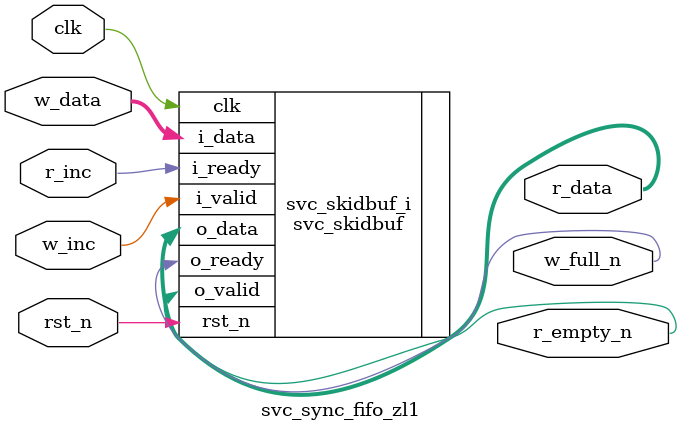
<source format=sv>
`ifndef SVC_SYNC_FIFO_ZL1_SV
`define SVC_SYNC_FIFO_ZL1_SV

`include "svc.sv"
`include "svc_skidbuf.sv"

module svc_sync_fifo_zl1 #(
    parameter DATA_WIDTH = 8
) (
    input logic clk,
    input logic rst_n,

    input  logic                  w_inc,
    input  logic [DATA_WIDTH-1:0] w_data,
    output logic                  w_full_n,

    input  logic                  r_inc,
    output logic [DATA_WIDTH-1:0] r_data,
    output logic                  r_empty_n
);
  svc_skidbuf #(
      .DATA_WIDTH(DATA_WIDTH)
  ) svc_skidbuf_i (
      .clk  (clk),
      .rst_n(rst_n),

      .i_valid(w_inc),
      .i_data (w_data),
      .o_ready(w_full_n),

      .i_ready(r_inc),
      .o_data (r_data),
      .o_valid(r_empty_n)
  );
endmodule
`endif

</source>
